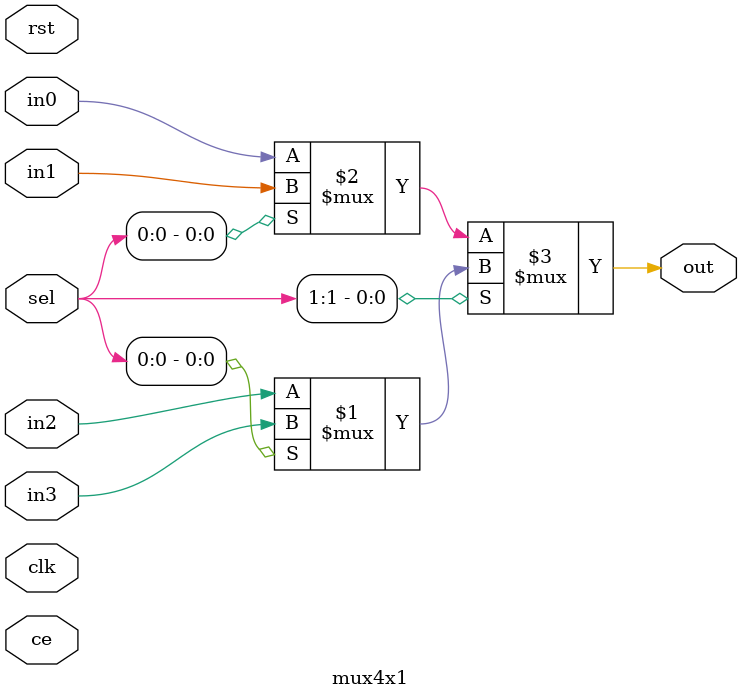
<source format=v>

module mux4x1
(
	input 	clk,
	input		rst,
	input		in0,
	input		in1,
	input		in2,
	input		in3,
	input	 	[1:0]		sel,
	input             ce,	
	output 	 			out
);

assign out=	(sel[1])?((sel[0])?in3:in2):((sel[0])?in1:in0);
endmodule

</source>
